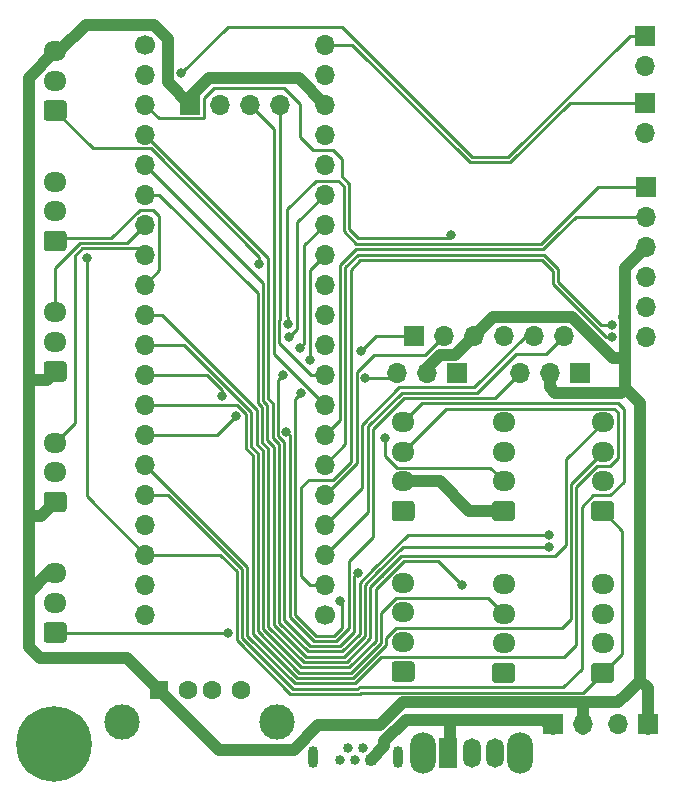
<source format=gbr>
%TF.GenerationSoftware,KiCad,Pcbnew,5.1.9*%
%TF.CreationDate,2021-02-07T12:30:23+01:00*%
%TF.ProjectId,test_pcb,74657374-5f70-4636-922e-6b696361645f,rev?*%
%TF.SameCoordinates,Original*%
%TF.FileFunction,Copper,L1,Top*%
%TF.FilePolarity,Positive*%
%FSLAX46Y46*%
G04 Gerber Fmt 4.6, Leading zero omitted, Abs format (unit mm)*
G04 Created by KiCad (PCBNEW 5.1.9) date 2021-02-07 12:30:23*
%MOMM*%
%LPD*%
G01*
G04 APERTURE LIST*
%TA.AperFunction,ComponentPad*%
%ADD10R,1.700000X1.700000*%
%TD*%
%TA.AperFunction,ComponentPad*%
%ADD11O,1.700000X1.700000*%
%TD*%
%TA.AperFunction,ComponentPad*%
%ADD12O,1.950000X1.700000*%
%TD*%
%TA.AperFunction,ComponentPad*%
%ADD13C,6.400000*%
%TD*%
%TA.AperFunction,ComponentPad*%
%ADD14C,0.800000*%
%TD*%
%TA.AperFunction,ComponentPad*%
%ADD15C,1.700000*%
%TD*%
%TA.AperFunction,ComponentPad*%
%ADD16R,1.500000X2.500000*%
%TD*%
%TA.AperFunction,ComponentPad*%
%ADD17O,1.500000X2.500000*%
%TD*%
%TA.AperFunction,ComponentPad*%
%ADD18O,2.200000X3.500000*%
%TD*%
%TA.AperFunction,ComponentPad*%
%ADD19C,1.600000*%
%TD*%
%TA.AperFunction,ComponentPad*%
%ADD20R,1.600000X1.500000*%
%TD*%
%TA.AperFunction,ComponentPad*%
%ADD21C,3.000000*%
%TD*%
%TA.AperFunction,ComponentPad*%
%ADD22O,0.850000X1.850000*%
%TD*%
%TA.AperFunction,ComponentPad*%
%ADD23C,0.840000*%
%TD*%
%TA.AperFunction,ComponentPad*%
%ADD24R,0.840000X0.840000*%
%TD*%
%TA.AperFunction,ViaPad*%
%ADD25C,0.800000*%
%TD*%
%TA.AperFunction,Conductor*%
%ADD26C,0.250000*%
%TD*%
%TA.AperFunction,Conductor*%
%ADD27C,1.000000*%
%TD*%
G04 APERTURE END LIST*
D10*
%TO.P,J1,1*%
%TO.N,5V*%
X64770000Y-37592000D03*
D11*
%TO.P,J1,2*%
%TO.N,GND*%
X67310000Y-37592000D03*
%TO.P,J1,3*%
%TO.N,/a11*%
X69850000Y-37592000D03*
%TO.P,J1,4*%
%TO.N,/a12*%
X72390000Y-37592000D03*
%TD*%
%TO.P,J5,2*%
%TO.N,GND*%
X100965000Y-90043000D03*
D10*
%TO.P,J5,1*%
%TO.N,5V*%
X103505000Y-90043000D03*
%TD*%
D11*
%TO.P,J4,2*%
%TO.N,GND*%
X103251000Y-40005000D03*
D10*
%TO.P,J4,1*%
%TO.N,3V3*%
X103251000Y-37465000D03*
%TD*%
D11*
%TO.P,J2,2*%
%TO.N,5V*%
X98044000Y-90043000D03*
D10*
%TO.P,J2,1*%
%TO.N,/VCC-IN*%
X95504000Y-90043000D03*
%TD*%
D11*
%TO.P,J3,2*%
%TO.N,GND*%
X103251000Y-34290000D03*
D10*
%TO.P,J3,1*%
%TO.N,/c13*%
X103251000Y-31750000D03*
%TD*%
%TO.P,J7,1*%
%TO.N,GND*%
X97790000Y-60325000D03*
D11*
%TO.P,J7,2*%
%TO.N,5V*%
X95250000Y-60325000D03*
%TO.P,J7,3*%
%TO.N,/a7*%
X92710000Y-60325000D03*
%TD*%
D12*
%TO.P,J20,3*%
%TO.N,/a2*%
X53340000Y-55198000D03*
%TO.P,J20,2*%
%TO.N,GND*%
X53340000Y-57698000D03*
%TO.P,J20,1*%
%TO.N,5V*%
%TA.AperFunction,ComponentPad*%
G36*
G01*
X54065000Y-61048000D02*
X52615000Y-61048000D01*
G75*
G02*
X52365000Y-60798000I0J250000D01*
G01*
X52365000Y-59598000D01*
G75*
G02*
X52615000Y-59348000I250000J0D01*
G01*
X54065000Y-59348000D01*
G75*
G02*
X54315000Y-59598000I0J-250000D01*
G01*
X54315000Y-60798000D01*
G75*
G02*
X54065000Y-61048000I-250000J0D01*
G01*
G37*
%TD.AperFunction*%
%TD*%
D10*
%TO.P,J9,1*%
%TO.N,/b1*%
X103378000Y-44577000D03*
D11*
%TO.P,J9,2*%
%TO.N,/a10*%
X103378000Y-47117000D03*
%TO.P,J9,3*%
%TO.N,5V*%
X103378000Y-49657000D03*
%TO.P,J9,4*%
%TO.N,GND*%
X103378000Y-52197000D03*
%TO.P,J9,5*%
%TO.N,/a9*%
X103378000Y-54737000D03*
%TO.P,J9,6*%
%TO.N,/b13*%
X103378000Y-57277000D03*
%TD*%
%TO.P,J19,1*%
%TO.N,GND*%
%TA.AperFunction,ComponentPad*%
G36*
G01*
X83529000Y-86448000D02*
X82079000Y-86448000D01*
G75*
G02*
X81829000Y-86198000I0J250000D01*
G01*
X81829000Y-84998000D01*
G75*
G02*
X82079000Y-84748000I250000J0D01*
G01*
X83529000Y-84748000D01*
G75*
G02*
X83779000Y-84998000I0J-250000D01*
G01*
X83779000Y-86198000D01*
G75*
G02*
X83529000Y-86448000I-250000J0D01*
G01*
G37*
%TD.AperFunction*%
D12*
%TO.P,J19,2*%
%TO.N,5V*%
X82804000Y-83098000D03*
%TO.P,J19,3*%
%TO.N,/b6*%
X82804000Y-80598000D03*
%TO.P,J19,4*%
%TO.N,/b7*%
X82804000Y-78098000D03*
%TD*%
D13*
%TO.P,H3,1*%
%TO.N,GND*%
X53238400Y-91744800D03*
D14*
X55638400Y-91744800D03*
X54935456Y-93441856D03*
X53238400Y-94144800D03*
X51541344Y-93441856D03*
X50838400Y-91744800D03*
X51541344Y-90047744D03*
X53238400Y-89344800D03*
X54935456Y-90047744D03*
%TD*%
D11*
%TO.P,J10,20*%
%TO.N,GND*%
X60960000Y-80772000D03*
%TO.P,J10,19*%
X60960000Y-78232000D03*
%TO.P,J10,18*%
%TO.N,3V3*%
X60960000Y-75692000D03*
%TO.P,J10,17*%
%TO.N,/rst*%
X60960000Y-73152000D03*
%TO.P,J10,16*%
%TO.N,/b11*%
X60960000Y-70612000D03*
%TO.P,J10,15*%
%TO.N,/b10*%
X60960000Y-68072000D03*
%TO.P,J10,14*%
%TO.N,/b1*%
X60960000Y-65532000D03*
%TO.P,J10,13*%
%TO.N,/b0*%
X60960000Y-62992000D03*
%TO.P,J10,12*%
%TO.N,/a7*%
X60960000Y-60452000D03*
%TO.P,J10,11*%
%TO.N,/a6*%
X60960000Y-57912000D03*
%TO.P,J10,10*%
%TO.N,/a5*%
X60960000Y-55372000D03*
%TO.P,J10,9*%
%TO.N,/a4*%
X60960000Y-52832000D03*
%TO.P,J10,8*%
%TO.N,/a3*%
X60960000Y-50292000D03*
%TO.P,J10,7*%
%TO.N,/a2*%
X60960000Y-47752000D03*
%TO.P,J10,6*%
%TO.N,/a1*%
X60960000Y-45212000D03*
%TO.P,J10,5*%
%TO.N,/a0*%
X60960000Y-42672000D03*
%TO.P,J10,4*%
%TO.N,/c15*%
X60960000Y-40132000D03*
%TO.P,J10,3*%
%TO.N,/c14*%
X60960000Y-37592000D03*
%TO.P,J10,2*%
%TO.N,/c13*%
X60960000Y-35052000D03*
D15*
%TO.P,J10,1*%
%TO.N,/vbat*%
X60960000Y-32512000D03*
%TD*%
D12*
%TO.P,J24,3*%
%TO.N,5V*%
X53340000Y-77296000D03*
%TO.P,J24,2*%
%TO.N,GND*%
X53340000Y-79796000D03*
%TO.P,J24,1*%
%TO.N,/b12*%
%TA.AperFunction,ComponentPad*%
G36*
G01*
X54065000Y-83146000D02*
X52615000Y-83146000D01*
G75*
G02*
X52365000Y-82896000I0J250000D01*
G01*
X52365000Y-81696000D01*
G75*
G02*
X52615000Y-81446000I250000J0D01*
G01*
X54065000Y-81446000D01*
G75*
G02*
X54315000Y-81696000I0J-250000D01*
G01*
X54315000Y-82896000D01*
G75*
G02*
X54065000Y-83146000I-250000J0D01*
G01*
G37*
%TD.AperFunction*%
%TD*%
%TO.P,J23,3*%
%TO.N,5V*%
X53340000Y-33100000D03*
%TO.P,J23,2*%
%TO.N,GND*%
X53340000Y-35600000D03*
%TO.P,J23,1*%
%TO.N,/b4*%
%TA.AperFunction,ComponentPad*%
G36*
G01*
X54065000Y-38950000D02*
X52615000Y-38950000D01*
G75*
G02*
X52365000Y-38700000I0J250000D01*
G01*
X52365000Y-37500000D01*
G75*
G02*
X52615000Y-37250000I250000J0D01*
G01*
X54065000Y-37250000D01*
G75*
G02*
X54315000Y-37500000I0J-250000D01*
G01*
X54315000Y-38700000D01*
G75*
G02*
X54065000Y-38950000I-250000J0D01*
G01*
G37*
%TD.AperFunction*%
%TD*%
D16*
%TO.P,SW1,1*%
%TO.N,/VCC-IN*%
X86614000Y-92456000D03*
D17*
%TO.P,SW1,2*%
%TO.N,5V*%
X88614000Y-92456000D03*
%TO.P,SW1,3*%
%TO.N,N/C*%
X90614000Y-92456000D03*
D18*
%TO.P,SW1,*%
%TO.N,*%
X84514000Y-92456000D03*
X92714000Y-92456000D03*
%TD*%
D19*
%TO.P,J12,4*%
%TO.N,GND*%
X69103000Y-87122000D03*
%TO.P,J12,3*%
%TO.N,Net-(J12-Pad3)*%
X66603000Y-87122000D03*
%TO.P,J12,2*%
%TO.N,Net-(J12-Pad2)*%
X64603000Y-87122000D03*
D20*
%TO.P,J12,1*%
%TO.N,5V*%
X62103000Y-87122000D03*
D21*
%TO.P,J12,5*%
%TO.N,GND*%
X72173000Y-89832000D03*
X59033000Y-89832000D03*
%TD*%
%TO.P,J18,1*%
%TO.N,GND*%
%TA.AperFunction,ComponentPad*%
G36*
G01*
X83529000Y-72859000D02*
X82079000Y-72859000D01*
G75*
G02*
X81829000Y-72609000I0J250000D01*
G01*
X81829000Y-71409000D01*
G75*
G02*
X82079000Y-71159000I250000J0D01*
G01*
X83529000Y-71159000D01*
G75*
G02*
X83779000Y-71409000I0J-250000D01*
G01*
X83779000Y-72609000D01*
G75*
G02*
X83529000Y-72859000I-250000J0D01*
G01*
G37*
%TD.AperFunction*%
D12*
%TO.P,J18,2*%
%TO.N,5V*%
X82804000Y-69509000D03*
%TO.P,J18,3*%
%TO.N,/b10*%
X82804000Y-67009000D03*
%TO.P,J18,4*%
%TO.N,/b11*%
X82804000Y-64509000D03*
%TD*%
D22*
%TO.P,J13,6*%
%TO.N,GND*%
X75198500Y-92871000D03*
X82348500Y-92871000D03*
D23*
%TO.P,J13,5*%
X77473500Y-93091000D03*
%TO.P,J13,4*%
%TO.N,Net-(J13-Pad4)*%
X78123500Y-92091000D03*
%TO.P,J13,3*%
%TO.N,Net-(J13-Pad3)*%
X78773500Y-93091000D03*
%TO.P,J13,2*%
%TO.N,Net-(J13-Pad2)*%
X79423500Y-92091000D03*
D24*
%TO.P,J13,1*%
%TO.N,/VCC-IN*%
X80073500Y-93091000D03*
%TD*%
%TO.P,J14,1*%
%TO.N,5V*%
%TA.AperFunction,ComponentPad*%
G36*
G01*
X92038000Y-72859000D02*
X90588000Y-72859000D01*
G75*
G02*
X90338000Y-72609000I0J250000D01*
G01*
X90338000Y-71409000D01*
G75*
G02*
X90588000Y-71159000I250000J0D01*
G01*
X92038000Y-71159000D01*
G75*
G02*
X92288000Y-71409000I0J-250000D01*
G01*
X92288000Y-72609000D01*
G75*
G02*
X92038000Y-72859000I-250000J0D01*
G01*
G37*
%TD.AperFunction*%
D12*
%TO.P,J14,2*%
%TO.N,/a15*%
X91313000Y-69509000D03*
%TO.P,J14,3*%
%TO.N,/c14*%
X91313000Y-67009000D03*
%TO.P,J14,4*%
%TO.N,GND*%
X91313000Y-64509000D03*
%TD*%
D11*
%TO.P,J6,3*%
%TO.N,/b5*%
X82296000Y-60325000D03*
%TO.P,J6,2*%
%TO.N,5V*%
X84836000Y-60325000D03*
D10*
%TO.P,J6,1*%
%TO.N,GND*%
X87376000Y-60325000D03*
%TD*%
%TO.P,J8,1*%
%TO.N,/b3*%
X83761580Y-57150000D03*
D11*
%TO.P,J8,2*%
%TO.N,/a8*%
X86301580Y-57150000D03*
%TO.P,J8,3*%
%TO.N,5V*%
X88841580Y-57150000D03*
%TO.P,J8,4*%
%TO.N,GND*%
X91381580Y-57150000D03*
%TO.P,J8,5*%
%TO.N,/b15*%
X93921580Y-57150000D03*
%TO.P,J8,6*%
%TO.N,/b14*%
X96461580Y-57150000D03*
%TD*%
D12*
%TO.P,J21,3*%
%TO.N,/a3*%
X53340000Y-66247000D03*
%TO.P,J21,2*%
%TO.N,GND*%
X53340000Y-68747000D03*
%TO.P,J21,1*%
%TO.N,5V*%
%TA.AperFunction,ComponentPad*%
G36*
G01*
X54065000Y-72097000D02*
X52615000Y-72097000D01*
G75*
G02*
X52365000Y-71847000I0J250000D01*
G01*
X52365000Y-70647000D01*
G75*
G02*
X52615000Y-70397000I250000J0D01*
G01*
X54065000Y-70397000D01*
G75*
G02*
X54315000Y-70647000I0J-250000D01*
G01*
X54315000Y-71847000D01*
G75*
G02*
X54065000Y-72097000I-250000J0D01*
G01*
G37*
%TD.AperFunction*%
%TD*%
D11*
%TO.P,J11,20*%
%TO.N,3V3*%
X76200000Y-32512000D03*
%TO.P,J11,19*%
%TO.N,GND*%
X76200000Y-35052000D03*
%TO.P,J11,18*%
%TO.N,5V*%
X76200000Y-37592000D03*
%TO.P,J11,17*%
%TO.N,/b9*%
X76200000Y-40132000D03*
%TO.P,J11,16*%
%TO.N,/b8*%
X76200000Y-42672000D03*
%TO.P,J11,15*%
%TO.N,/b7*%
X76200000Y-45212000D03*
%TO.P,J11,14*%
%TO.N,/b6*%
X76200000Y-47752000D03*
%TO.P,J11,13*%
%TO.N,/b5*%
X76200000Y-50292000D03*
%TO.P,J11,12*%
%TO.N,/b4*%
X76200000Y-52832000D03*
%TO.P,J11,11*%
%TO.N,/b3*%
X76200000Y-55372000D03*
%TO.P,J11,10*%
%TO.N,/a15*%
X76200000Y-57912000D03*
%TO.P,J11,9*%
%TO.N,/a12*%
X76200000Y-60452000D03*
%TO.P,J11,8*%
%TO.N,/a11*%
X76200000Y-62992000D03*
%TO.P,J11,7*%
%TO.N,/a10*%
X76200000Y-65532000D03*
%TO.P,J11,6*%
%TO.N,/a9*%
X76200000Y-68072000D03*
%TO.P,J11,5*%
%TO.N,/a8*%
X76200000Y-70612000D03*
%TO.P,J11,4*%
%TO.N,/b15*%
X76200000Y-73152000D03*
%TO.P,J11,3*%
%TO.N,/b14*%
X76200000Y-75692000D03*
%TO.P,J11,2*%
%TO.N,/b13*%
X76200000Y-78232000D03*
D15*
%TO.P,J11,1*%
%TO.N,/b12*%
X76200000Y-80772000D03*
%TD*%
%TO.P,J17,1*%
%TO.N,3V3*%
%TA.AperFunction,ComponentPad*%
G36*
G01*
X100420000Y-72859000D02*
X98970000Y-72859000D01*
G75*
G02*
X98720000Y-72609000I0J250000D01*
G01*
X98720000Y-71409000D01*
G75*
G02*
X98970000Y-71159000I250000J0D01*
G01*
X100420000Y-71159000D01*
G75*
G02*
X100670000Y-71409000I0J-250000D01*
G01*
X100670000Y-72609000D01*
G75*
G02*
X100420000Y-72859000I-250000J0D01*
G01*
G37*
%TD.AperFunction*%
D12*
%TO.P,J17,2*%
%TO.N,GND*%
X99695000Y-69509000D03*
%TO.P,J17,3*%
%TO.N,/b0*%
X99695000Y-67009000D03*
%TO.P,J17,4*%
%TO.N,/a1*%
X99695000Y-64509000D03*
%TD*%
%TO.P,J15,1*%
%TO.N,5V*%
%TA.AperFunction,ComponentPad*%
G36*
G01*
X92038000Y-86575000D02*
X90588000Y-86575000D01*
G75*
G02*
X90338000Y-86325000I0J250000D01*
G01*
X90338000Y-85125000D01*
G75*
G02*
X90588000Y-84875000I250000J0D01*
G01*
X92038000Y-84875000D01*
G75*
G02*
X92288000Y-85125000I0J-250000D01*
G01*
X92288000Y-86325000D01*
G75*
G02*
X92038000Y-86575000I-250000J0D01*
G01*
G37*
%TD.AperFunction*%
%TO.P,J15,2*%
%TO.N,/a5*%
X91313000Y-83225000D03*
%TO.P,J15,3*%
%TO.N,/a6*%
X91313000Y-80725000D03*
%TO.P,J15,4*%
%TO.N,GND*%
X91313000Y-78225000D03*
%TD*%
%TO.P,J16,1*%
%TO.N,3V3*%
%TA.AperFunction,ComponentPad*%
G36*
G01*
X100420000Y-86575000D02*
X98970000Y-86575000D01*
G75*
G02*
X98720000Y-86325000I0J250000D01*
G01*
X98720000Y-85125000D01*
G75*
G02*
X98970000Y-84875000I250000J0D01*
G01*
X100420000Y-84875000D01*
G75*
G02*
X100670000Y-85125000I0J-250000D01*
G01*
X100670000Y-86325000D01*
G75*
G02*
X100420000Y-86575000I-250000J0D01*
G01*
G37*
%TD.AperFunction*%
%TO.P,J16,2*%
%TO.N,GND*%
X99695000Y-83225000D03*
%TO.P,J16,3*%
%TO.N,/c15*%
X99695000Y-80725000D03*
%TO.P,J16,4*%
%TO.N,/a0*%
X99695000Y-78225000D03*
%TD*%
%TO.P,J22,3*%
%TO.N,GND*%
X53340000Y-44149000D03*
%TO.P,J22,2*%
%TO.N,3V3*%
X53340000Y-46649000D03*
%TO.P,J22,1*%
%TO.N,/a4*%
%TA.AperFunction,ComponentPad*%
G36*
G01*
X54065000Y-49999000D02*
X52615000Y-49999000D01*
G75*
G02*
X52365000Y-49749000I0J250000D01*
G01*
X52365000Y-48549000D01*
G75*
G02*
X52615000Y-48299000I250000J0D01*
G01*
X54065000Y-48299000D01*
G75*
G02*
X54315000Y-48549000I0J-250000D01*
G01*
X54315000Y-49749000D01*
G75*
G02*
X54065000Y-49999000I-250000J0D01*
G01*
G37*
%TD.AperFunction*%
%TD*%
D25*
%TO.N,/a9*%
X100457000Y-56276997D03*
%TO.N,/b12*%
X67984869Y-82296000D03*
%TO.N,/b13*%
X100457000Y-57277000D03*
%TO.N,/b7*%
X72639347Y-60456653D03*
X78957010Y-77216000D03*
X73152000Y-57277000D03*
%TO.N,/b6*%
X77507000Y-79629000D03*
X74041000Y-58166000D03*
X74163347Y-61980653D03*
%TO.N,/a0*%
X95123000Y-75057000D03*
%TO.N,/c13*%
X64008000Y-34925000D03*
%TO.N,/c14*%
X86868000Y-48641000D03*
%TO.N,/b1*%
X68638847Y-63949153D03*
X73089640Y-56187040D03*
%TO.N,/a7*%
X67437000Y-62267000D03*
X72934990Y-65278000D03*
%TO.N,/a5*%
X87757000Y-78232000D03*
%TO.N,/c15*%
X95141406Y-73997663D03*
%TO.N,/b5*%
X74930000Y-59182000D03*
X79592000Y-60712763D03*
%TO.N,/b4*%
X70612000Y-51054000D03*
%TO.N,/b3*%
X79248000Y-58419998D03*
%TO.N,/a15*%
X81280000Y-65786000D03*
%TO.N,3V3*%
X56007000Y-50546000D03*
%TD*%
D26*
%TO.N,/a9*%
X77908989Y-66363011D02*
X76200000Y-68072000D01*
X95949206Y-52640796D02*
X95949206Y-51497795D01*
X77908989Y-51375600D02*
X77908989Y-66363011D01*
X78992590Y-50291999D02*
X77908989Y-51375600D01*
X99585407Y-56276997D02*
X95949206Y-52640796D01*
X100457000Y-56276997D02*
X99585407Y-56276997D01*
X94743410Y-50291999D02*
X78992590Y-50291999D01*
X95949206Y-51497795D02*
X94743410Y-50291999D01*
%TO.N,/a2*%
X53340000Y-55198000D02*
X53340000Y-51433589D01*
X53340000Y-51433589D02*
X55465577Y-49308012D01*
X55465577Y-49308012D02*
X59403988Y-49308012D01*
X59403988Y-49308012D02*
X60960000Y-47752000D01*
%TO.N,/a3*%
X54991000Y-50419000D02*
X55651977Y-49758023D01*
X53340000Y-66247000D02*
X54991000Y-64596000D01*
X55651977Y-49758023D02*
X60426023Y-49758023D01*
X54991000Y-64596000D02*
X54991000Y-50419000D01*
X60426023Y-49758023D02*
X60960000Y-50292000D01*
%TO.N,/b12*%
X53340000Y-82296000D02*
X67984869Y-82296000D01*
%TO.N,/b13*%
X74930000Y-78232000D02*
X76200000Y-78232000D01*
X74168000Y-69977000D02*
X74168000Y-77470000D01*
X76833590Y-69342000D02*
X74803000Y-69342000D01*
X95499195Y-52827195D02*
X95499195Y-51684195D01*
X94557010Y-50742010D02*
X79178990Y-50742010D01*
X100457000Y-57277000D02*
X99949000Y-57277000D01*
X78359000Y-51562000D02*
X78359000Y-67816590D01*
X99949000Y-57277000D02*
X95499195Y-52827195D01*
X74803000Y-69342000D02*
X74168000Y-69977000D01*
X78359000Y-67816590D02*
X76833590Y-69342000D01*
X95499195Y-51684195D02*
X94557010Y-50742010D01*
X79178990Y-50742010D02*
X78359000Y-51562000D01*
X74168000Y-77470000D02*
X74930000Y-78232000D01*
%TO.N,/b7*%
X73152000Y-57277000D02*
X73839031Y-56589969D01*
X72209988Y-65626002D02*
X72759978Y-66175992D01*
X78682011Y-82228400D02*
X78682011Y-77490999D01*
X72639347Y-60456653D02*
X72209988Y-60886012D01*
X78682011Y-77490999D02*
X78957010Y-77216000D01*
X72759978Y-81271800D02*
X74938200Y-83450022D01*
X72759978Y-66175992D02*
X72759978Y-81271800D01*
X72209988Y-60886012D02*
X72209988Y-65626002D01*
X74938200Y-83450022D02*
X77460389Y-83450022D01*
X77460389Y-83450022D02*
X78682011Y-82228400D01*
X73839031Y-47572969D02*
X73839031Y-49074031D01*
X76200000Y-45212000D02*
X73839031Y-47572969D01*
X73839031Y-56589969D02*
X73839031Y-49074031D01*
%TO.N,/b6*%
X74041000Y-58166000D02*
X74440999Y-57766001D01*
X77597000Y-79719000D02*
X77507000Y-79629000D01*
X75438000Y-82550000D02*
X76962000Y-82550000D01*
X73660000Y-62484000D02*
X73660000Y-80772000D01*
X74163347Y-61980653D02*
X73660000Y-62484000D01*
X73660000Y-80772000D02*
X75438000Y-82550000D01*
X77597000Y-81915000D02*
X77597000Y-79719000D01*
X76962000Y-82550000D02*
X77597000Y-81915000D01*
X74440999Y-49511001D02*
X74440999Y-50781001D01*
X76200000Y-47752000D02*
X74440999Y-49511001D01*
X74440999Y-57766001D02*
X74440999Y-50781001D01*
%TO.N,/b11*%
X97917000Y-71648810D02*
X98881800Y-70684010D01*
X98881800Y-70684010D02*
X100306705Y-70684010D01*
X100983979Y-62883979D02*
X84429021Y-62883979D01*
X69159890Y-76908300D02*
X69159890Y-82763000D01*
X60960000Y-70612000D02*
X62863590Y-70612000D01*
X79068732Y-86932967D02*
X96348843Y-86932967D01*
X62863590Y-70612000D02*
X69159890Y-76908300D01*
X101473000Y-63373000D02*
X100983979Y-62883979D01*
X96348843Y-86932967D02*
X97917000Y-85364810D01*
X100306705Y-70684010D02*
X101473000Y-69517715D01*
X97917000Y-85364810D02*
X97917000Y-71648810D01*
X84429021Y-62883979D02*
X82804000Y-64509000D01*
X73447000Y-87050110D02*
X78951589Y-87050110D01*
X78951589Y-87050110D02*
X79068732Y-86932967D01*
X101473000Y-69517715D02*
X101473000Y-63373000D01*
X69159890Y-82763000D02*
X73447000Y-87050110D01*
%TO.N,/b10*%
X86479010Y-63333990D02*
X82804000Y-67009000D01*
X100995010Y-63657010D02*
X100671990Y-63333990D01*
X78765189Y-86600099D02*
X80965277Y-84400010D01*
X100995010Y-67495705D02*
X100995010Y-63657010D01*
X100291715Y-68199000D02*
X100995010Y-67495705D01*
X99218285Y-68199000D02*
X100291715Y-68199000D01*
X69609901Y-82576600D02*
X73633400Y-86600099D01*
X69609901Y-76721901D02*
X69609901Y-82576600D01*
X97466989Y-83381011D02*
X97466989Y-69950296D01*
X97466989Y-69950296D02*
X99218285Y-68199000D01*
X60960000Y-68072000D02*
X69609901Y-76721901D01*
X100671990Y-63333990D02*
X86479010Y-63333990D01*
X73633400Y-86600099D02*
X78765189Y-86600099D01*
X80965277Y-84400010D02*
X96447990Y-84400010D01*
X96447990Y-84400010D02*
X97466989Y-83381011D01*
%TO.N,/a0*%
X80550012Y-77292451D02*
X80635732Y-77206732D01*
X82785464Y-75057000D02*
X95123000Y-75057000D01*
X80635732Y-77206732D02*
X82785464Y-75057000D01*
X70949966Y-52661966D02*
X70949966Y-62689322D01*
X79582033Y-82601200D02*
X79582033Y-78260431D01*
X74565400Y-84350044D02*
X77833189Y-84350044D01*
X71859956Y-66548792D02*
X71859956Y-81644600D01*
X71859956Y-81644600D02*
X74565400Y-84350044D01*
X71309966Y-65998802D02*
X71859956Y-66548792D01*
X77833189Y-84350044D02*
X79582033Y-82601200D01*
X70949966Y-62689322D02*
X71309966Y-63049322D01*
X71309966Y-63049322D02*
X71309966Y-65998802D01*
X60960000Y-42672000D02*
X70949966Y-52661966D01*
X79582033Y-78260431D02*
X80635732Y-77206732D01*
%TO.N,/c13*%
X102151000Y-31750000D02*
X103251000Y-31750000D01*
X88647410Y-42037000D02*
X91694000Y-42037000D01*
X101981000Y-31750000D02*
X102151000Y-31750000D01*
X91694000Y-42037000D02*
X101981000Y-31750000D01*
X64008000Y-34925000D02*
X67945000Y-30988000D01*
X67945000Y-30988000D02*
X77598410Y-30988000D01*
X77598410Y-30988000D02*
X88647410Y-42037000D01*
%TO.N,/a1*%
X61339590Y-45212000D02*
X60960000Y-45212000D01*
X81000023Y-77478851D02*
X81207937Y-77270937D01*
X99695000Y-64516000D02*
X99695000Y-64509000D01*
X96566967Y-67644033D02*
X99695000Y-64516000D01*
X96566967Y-74883033D02*
X96566967Y-67644033D01*
X81207937Y-77270937D02*
X82659874Y-75819000D01*
X95631000Y-75819000D02*
X96566967Y-74883033D01*
X82659874Y-75819000D02*
X95631000Y-75819000D01*
X74379000Y-84800055D02*
X78019589Y-84800055D01*
X71409945Y-66735192D02*
X71409945Y-81831000D01*
X60960000Y-45212000D02*
X62162081Y-45212000D01*
X70499955Y-53549874D02*
X70499955Y-62875722D01*
X70499955Y-62875722D02*
X70859955Y-63235722D01*
X70859955Y-63235722D02*
X70859955Y-66185202D01*
X80032044Y-78446830D02*
X81207937Y-77270937D01*
X70859955Y-66185202D02*
X71409945Y-66735192D01*
X78019589Y-84800055D02*
X80032044Y-82787600D01*
X62162081Y-45212000D02*
X70499955Y-53549874D01*
X80032044Y-82787600D02*
X80032044Y-78446830D01*
X71409945Y-81831000D02*
X74379000Y-84800055D01*
%TO.N,/c14*%
X86614000Y-48895000D02*
X86868000Y-48641000D01*
X78994000Y-48895000D02*
X86614000Y-48895000D01*
X60960000Y-37592000D02*
X62135001Y-38767001D01*
X65945001Y-37051999D02*
X66802000Y-36195000D01*
X77597000Y-42164000D02*
X77597000Y-43685180D01*
X78232000Y-44320180D02*
X78232000Y-48133000D01*
X62135001Y-38767001D02*
X65880001Y-38767001D01*
X78232000Y-48133000D02*
X78994000Y-48895000D01*
X65880001Y-38767001D02*
X65945001Y-38702001D01*
X74085001Y-37547999D02*
X74085001Y-40341999D01*
X74085001Y-40341999D02*
X75145002Y-41402000D01*
X75145002Y-41402000D02*
X76835000Y-41402000D01*
X65945001Y-38702001D02*
X65945001Y-37051999D01*
X66802000Y-36195000D02*
X72732002Y-36195000D01*
X76835000Y-41402000D02*
X77597000Y-42164000D01*
X72732002Y-36195000D02*
X74085001Y-37547999D01*
X77597000Y-43685180D02*
X78232000Y-44320180D01*
%TO.N,/b1*%
X60960000Y-65532000D02*
X67056000Y-65532000D01*
X67056000Y-65532000D02*
X68638847Y-63949153D01*
X103378000Y-44577000D02*
X100203000Y-44577000D01*
X100330000Y-44577000D02*
X100203000Y-44577000D01*
X72990987Y-46459011D02*
X75412999Y-44036999D01*
X73089640Y-55621355D02*
X72990987Y-55522702D01*
X77312408Y-44036999D02*
X77781989Y-44506580D01*
X75412999Y-44036999D02*
X77312408Y-44036999D01*
X72990987Y-55522702D02*
X72990987Y-46459011D01*
X77781989Y-48319400D02*
X78854568Y-49391979D01*
X78854568Y-49391979D02*
X94497611Y-49391979D01*
X94497611Y-49391979D02*
X99312589Y-44577000D01*
X99312589Y-44577000D02*
X100203000Y-44577000D01*
X73089640Y-56187040D02*
X73089640Y-55621355D01*
X77781989Y-44506580D02*
X77781989Y-48319400D01*
%TO.N,/b0*%
X82215275Y-81900010D02*
X82437990Y-81900010D01*
X97016978Y-69687022D02*
X99695000Y-67009000D01*
X97016978Y-81164022D02*
X97016978Y-69687022D01*
X96280990Y-81900010D02*
X97016978Y-81164022D01*
X82215275Y-81900010D02*
X96280990Y-81900010D01*
X68707000Y-62992000D02*
X69509922Y-63794922D01*
X69509922Y-66744402D02*
X70059912Y-67294392D01*
X78578789Y-86150088D02*
X81382077Y-83346800D01*
X70059912Y-82390200D02*
X73819800Y-86150088D01*
X70059912Y-67294392D02*
X70059912Y-82390200D01*
X69509922Y-63794922D02*
X69509922Y-66744402D01*
X60960000Y-62992000D02*
X68707000Y-62992000D01*
X73819800Y-86150088D02*
X78578789Y-86150088D01*
X81382077Y-82733207D02*
X82215275Y-81900010D01*
X81382077Y-83346800D02*
X81382077Y-82733207D01*
%TO.N,/a7*%
X66167000Y-60452000D02*
X60960000Y-60452000D01*
X67437000Y-61722000D02*
X66167000Y-60452000D01*
X67437000Y-62267000D02*
X67437000Y-61722000D01*
X82864810Y-62426010D02*
X80264000Y-65026820D01*
X92710000Y-60325000D02*
X90608990Y-62426010D01*
X77148400Y-83000011D02*
X75251600Y-83000011D01*
X73209989Y-80958400D02*
X73209989Y-65552999D01*
X75251600Y-83000011D02*
X73209989Y-80958400D01*
X78232000Y-81916411D02*
X77148400Y-83000011D01*
X78232000Y-76198589D02*
X78232000Y-81916411D01*
X80264000Y-65026820D02*
X80264000Y-74166589D01*
X90608990Y-62426010D02*
X82864810Y-62426010D01*
X80264000Y-74166589D02*
X78232000Y-76198589D01*
X73209989Y-65552999D02*
X72934990Y-65278000D01*
%TO.N,/a6*%
X91567000Y-80725000D02*
X91589011Y-80702989D01*
X60960000Y-57912000D02*
X64263411Y-57912000D01*
X69959933Y-66558002D02*
X70509923Y-67107992D01*
X70509923Y-82203800D02*
X74006200Y-85700077D01*
X74006200Y-85700077D02*
X78392389Y-85700077D01*
X78392389Y-85700077D02*
X80932066Y-83160400D01*
X89963000Y-79375000D02*
X91313000Y-80725000D01*
X69959933Y-63608522D02*
X69959933Y-66558002D01*
X82240285Y-79375000D02*
X89963000Y-79375000D01*
X80932066Y-80683219D02*
X82240285Y-79375000D01*
X80932066Y-83160400D02*
X80932066Y-80683219D01*
X70509923Y-67107992D02*
X70509923Y-82203800D01*
X64263411Y-57912000D02*
X69959933Y-63608522D01*
%TO.N,/a5*%
X81450034Y-77665251D02*
X81589643Y-77525643D01*
X81589643Y-77525643D02*
X82846275Y-76269011D01*
X82846275Y-76269011D02*
X85794011Y-76269011D01*
X85794011Y-76269011D02*
X87757000Y-78232000D01*
X62359822Y-55372000D02*
X70409944Y-63422122D01*
X70959934Y-82017400D02*
X74192600Y-85250066D01*
X74192600Y-85250066D02*
X78205989Y-85250066D01*
X78205989Y-85250066D02*
X80482055Y-82974000D01*
X80482055Y-82974000D02*
X80482055Y-78633231D01*
X80482055Y-78633231D02*
X81589643Y-77525643D01*
X60960000Y-55372000D02*
X62359822Y-55372000D01*
X70409944Y-66371602D02*
X70959934Y-66921592D01*
X70409944Y-63422122D02*
X70409944Y-66371602D01*
X70959934Y-66921592D02*
X70959934Y-82017400D01*
%TO.N,/a4*%
X62160989Y-47047989D02*
X62160989Y-51631011D01*
X62160989Y-51631011D02*
X60960000Y-52832000D01*
X61595000Y-46482000D02*
X62160989Y-47047989D01*
X60490998Y-46482000D02*
X61595000Y-46482000D01*
X53630999Y-48858001D02*
X58114997Y-48858001D01*
X58114997Y-48858001D02*
X60490998Y-46482000D01*
X53340000Y-49149000D02*
X53630999Y-48858001D01*
%TO.N,/c15*%
X83208389Y-73997663D02*
X95141406Y-73997663D01*
X80254026Y-76952026D02*
X83208389Y-73997663D01*
X80100001Y-77106051D02*
X80254026Y-76952026D01*
X72309967Y-81458200D02*
X74751800Y-83900033D01*
X71759977Y-62862922D02*
X71759977Y-65812402D01*
X72309967Y-66362392D02*
X72309967Y-81458200D01*
X71759977Y-65812402D02*
X72309967Y-66362392D01*
X79132022Y-78074030D02*
X80254026Y-76952026D01*
X74751800Y-83900033D02*
X77646789Y-83900033D01*
X71399977Y-50571977D02*
X71399977Y-62502922D01*
X60960000Y-40132000D02*
X71399977Y-50571977D01*
X77646789Y-83900033D02*
X79132022Y-82414800D01*
X71399977Y-62502922D02*
X71759977Y-62862922D01*
X79132022Y-82414800D02*
X79132022Y-78074030D01*
%TO.N,/b5*%
X74930000Y-51562000D02*
X74930000Y-59182000D01*
X76200000Y-50292000D02*
X74930000Y-51562000D01*
X81908237Y-60712763D02*
X82296000Y-60325000D01*
X79592000Y-60712763D02*
X81908237Y-60712763D01*
%TO.N,/b4*%
X61430686Y-41307001D02*
X56547001Y-41307001D01*
X56547001Y-41307001D02*
X53340000Y-38100000D01*
X70612000Y-50488315D02*
X61430686Y-41307001D01*
X70612000Y-51054000D02*
X70612000Y-50488315D01*
%TO.N,/b3*%
X80517998Y-57150000D02*
X79248000Y-58419998D01*
X83761580Y-57150000D02*
X80517998Y-57150000D01*
%TO.N,/a15*%
X90137990Y-68333990D02*
X91313000Y-69509000D01*
X81280000Y-67310000D02*
X82303990Y-68333990D01*
X82303990Y-68333990D02*
X90137990Y-68333990D01*
X81280000Y-65786000D02*
X81280000Y-67310000D01*
%TO.N,/a12*%
X72390000Y-37592000D02*
X72390000Y-40640000D01*
X72390000Y-40386000D02*
X72390000Y-40640000D01*
X72390000Y-55813678D02*
X72332011Y-55871667D01*
X72332011Y-57786092D02*
X74997919Y-60452000D01*
X72390000Y-40640000D02*
X72390000Y-55813678D01*
X72332011Y-55871667D02*
X72332011Y-57786092D01*
X74997919Y-60452000D02*
X76200000Y-60452000D01*
%TO.N,/a11*%
X71882000Y-58674000D02*
X76200000Y-62992000D01*
X71882000Y-39624000D02*
X71882000Y-58674000D01*
X69850000Y-37592000D02*
X71882000Y-39624000D01*
%TO.N,/a10*%
X97409000Y-47117000D02*
X95694500Y-48831500D01*
X103378000Y-47117000D02*
X97409000Y-47117000D01*
X96030999Y-48495001D02*
X95694500Y-48831500D01*
X77458978Y-51189200D02*
X77458978Y-64273022D01*
X95694500Y-48831500D02*
X94684012Y-49841988D01*
X78806190Y-49841988D02*
X77458978Y-51189200D01*
X77458978Y-64273022D02*
X76200000Y-65532000D01*
X94684012Y-49841988D02*
X78806190Y-49841988D01*
%TO.N,/a8*%
X84650580Y-58801000D02*
X86301580Y-57150000D01*
X80321004Y-58801000D02*
X84650580Y-58801000D01*
X80321004Y-58801001D02*
X80899000Y-58801001D01*
X76200000Y-70612000D02*
X78867000Y-67945000D01*
X78867000Y-67945000D02*
X78867000Y-60255004D01*
X78867000Y-60255004D02*
X80321004Y-58801001D01*
%TO.N,/b15*%
X93218000Y-57150000D02*
X93921580Y-57150000D01*
X88842011Y-61525989D02*
X93218000Y-57150000D01*
X79317010Y-70034990D02*
X79317010Y-64700990D01*
X82492011Y-61525989D02*
X88842011Y-61525989D01*
X79317010Y-64700990D02*
X82492011Y-61525989D01*
X76200000Y-73152000D02*
X79317010Y-70034990D01*
%TO.N,/b14*%
X96461580Y-57150000D02*
X94937580Y-58674000D01*
X79813989Y-72078011D02*
X76200000Y-75692000D01*
X79813989Y-64840421D02*
X79813989Y-72078011D01*
X82678410Y-61976000D02*
X79813989Y-64840421D01*
X89028411Y-61976000D02*
X82678410Y-61976000D01*
X92330410Y-58674000D02*
X89028411Y-61976000D01*
X94937580Y-58674000D02*
X92330410Y-58674000D01*
%TO.N,3V3*%
X98037022Y-87382978D02*
X99695000Y-85725000D01*
X82937978Y-87382978D02*
X98037022Y-87382978D01*
X82365046Y-87382978D02*
X82937978Y-87382978D01*
X101346000Y-73660000D02*
X99695000Y-72009000D01*
X101346000Y-84074000D02*
X101346000Y-73660000D01*
X99695000Y-85725000D02*
X101346000Y-84074000D01*
X68709879Y-82949400D02*
X73260600Y-87500121D01*
X73260600Y-87500121D02*
X79137989Y-87500121D01*
X60960000Y-75692000D02*
X67307180Y-75692000D01*
X79137989Y-87500121D02*
X79255132Y-87382978D01*
X67307180Y-75692000D02*
X68709879Y-77094699D01*
X68709879Y-77094699D02*
X68709879Y-82949400D01*
X79255132Y-87382978D02*
X82937978Y-87382978D01*
X56007000Y-70739000D02*
X60960000Y-75692000D01*
X56007000Y-50546000D02*
X56007000Y-70739000D01*
X78486000Y-32512000D02*
X76200000Y-32512000D01*
X88461011Y-42487011D02*
X78486000Y-32512000D01*
X91880400Y-42487011D02*
X88461011Y-42487011D01*
X96902411Y-37465000D02*
X91880400Y-42487011D01*
X103251000Y-37465000D02*
X96902411Y-37465000D01*
D27*
%TO.N,5V*%
X53356010Y-33083990D02*
X53340000Y-33100000D01*
X101499001Y-55599999D02*
X101600000Y-55499000D01*
X82804000Y-69509000D02*
X85892000Y-69509000D01*
X88392000Y-72009000D02*
X91313000Y-72009000D01*
X85892000Y-69509000D02*
X88392000Y-72009000D01*
X101600000Y-59055000D02*
X101600000Y-55499000D01*
X102870000Y-62865000D02*
X101727000Y-61722000D01*
X102870000Y-86360000D02*
X102870000Y-62865000D01*
X101727000Y-87503000D02*
X102870000Y-86360000D01*
X101022011Y-88207989D02*
X101727000Y-87503000D01*
X96196011Y-88207989D02*
X101022011Y-88207989D01*
X51117990Y-35322010D02*
X53340000Y-33100000D01*
X52752980Y-77296000D02*
X51117990Y-78930990D01*
X53340000Y-77296000D02*
X52752980Y-77296000D01*
X101600000Y-54804919D02*
X101600000Y-55499000D01*
X101600000Y-51435000D02*
X101600000Y-54804919D01*
X103378000Y-49657000D02*
X101600000Y-51435000D01*
X90391581Y-55599999D02*
X88841580Y-57150000D01*
X101600000Y-59055000D02*
X100560260Y-59055000D01*
X97105259Y-55599999D02*
X90391581Y-55599999D01*
X101600000Y-61595000D02*
X102870000Y-62865000D01*
X101600000Y-59055000D02*
X101600000Y-61595000D01*
X59436000Y-84455000D02*
X62103000Y-87122000D01*
X52070000Y-84455000D02*
X59436000Y-84455000D01*
X51117990Y-83502990D02*
X52070000Y-84455000D01*
X51117990Y-78930990D02*
X51117990Y-83502990D01*
X84836000Y-59904998D02*
X84836000Y-60325000D01*
X85965999Y-58774999D02*
X84836000Y-59904998D01*
X87216581Y-58774999D02*
X85965999Y-58774999D01*
X88841580Y-57150000D02*
X87216581Y-58774999D01*
X100560260Y-59055000D02*
X97105259Y-55599999D01*
X61722000Y-30861000D02*
X62865000Y-32004000D01*
X55954998Y-30861000D02*
X61722000Y-30861000D01*
X53715998Y-33100000D02*
X55954998Y-30861000D01*
X53340000Y-33100000D02*
X53715998Y-33100000D01*
X101219000Y-61976000D02*
X101600000Y-61595000D01*
X95698919Y-61976000D02*
X101219000Y-61976000D01*
X95250000Y-61527081D02*
X95698919Y-61976000D01*
X95250000Y-60325000D02*
X95250000Y-61527081D01*
X103505000Y-86995000D02*
X102870000Y-86360000D01*
X103505000Y-90424000D02*
X103505000Y-86995000D01*
X98044000Y-88392000D02*
X98044000Y-90487500D01*
X82778936Y-88207989D02*
X97987967Y-88207989D01*
X97987967Y-88207989D02*
X98107989Y-88328011D01*
X80825804Y-90161121D02*
X82778936Y-88207989D01*
X98107989Y-88328011D02*
X98044000Y-88392000D01*
X75573879Y-90161121D02*
X80825804Y-90161121D01*
X73533000Y-92202000D02*
X75573879Y-90161121D01*
X67183000Y-92202000D02*
X73533000Y-92202000D01*
X62103000Y-87122000D02*
X67183000Y-92202000D01*
X52641990Y-60896010D02*
X53340000Y-60198000D01*
X51117990Y-60896010D02*
X52641990Y-60896010D01*
X51117990Y-60896010D02*
X51117990Y-35322010D01*
X52133010Y-72453990D02*
X53340000Y-71247000D01*
X51117990Y-72453990D02*
X52133010Y-72453990D01*
X51117990Y-78930990D02*
X51117990Y-72453990D01*
X51117990Y-72453990D02*
X51117990Y-60896010D01*
X62865000Y-35687000D02*
X64770000Y-37592000D01*
X62865000Y-35052000D02*
X62865000Y-35687000D01*
X62865000Y-32004000D02*
X62865000Y-35052000D01*
X66357011Y-35369989D02*
X73977989Y-35369989D01*
X73977989Y-35369989D02*
X76200000Y-37592000D01*
X64770000Y-36957000D02*
X66357011Y-35369989D01*
X64770000Y-37592000D02*
X64770000Y-36957000D01*
%TO.N,/VCC-IN*%
X94742000Y-89662000D02*
X95504000Y-90424000D01*
X86741000Y-89662000D02*
X94742000Y-89662000D01*
X81223490Y-91460506D02*
X81223490Y-91941010D01*
X81223490Y-91941010D02*
X80073500Y-93091000D01*
X83021996Y-89662000D02*
X81223490Y-91460506D01*
X86741000Y-89662000D02*
X83021996Y-89662000D01*
X86741000Y-92329000D02*
X86614000Y-92456000D01*
X86741000Y-89662000D02*
X86741000Y-92329000D01*
%TD*%
M02*

</source>
